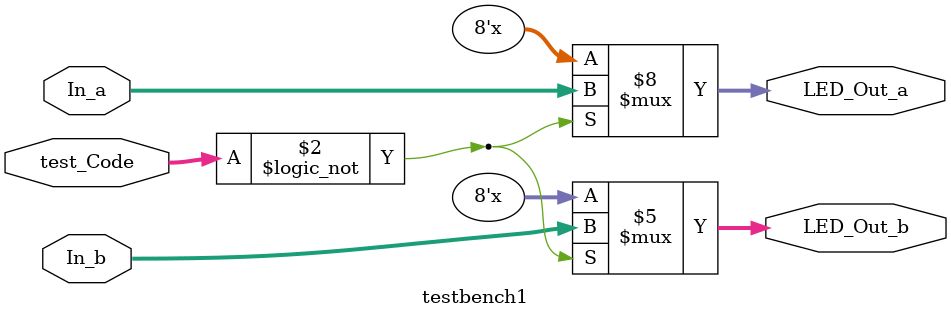
<source format=v>
`timescale 1ns / 1ps


module testbench1(
    input [2:0] test_Code,
    input [7:0] In_a,
    input [7:0] In_b,
    output reg [7:0] LED_Out_a,
    output reg [7:0] LED_Out_b
    );

always@*
   
    if(test_Code==3'b000) begin    
            LED_Out_a = In_a;
            LED_Out_b = In_b;
        end
    else if(test_Code==3'b001) begin
    
        end
endmodule

</source>
